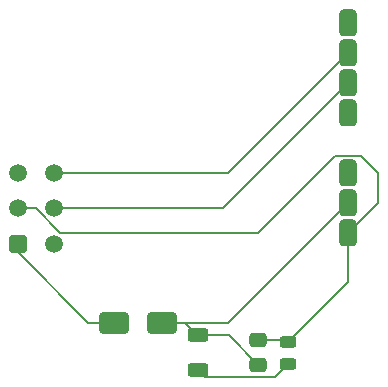
<source format=gbr>
%TF.GenerationSoftware,KiCad,Pcbnew,8.0.5*%
%TF.CreationDate,2024-09-27T19:14:55-05:00*%
%TF.ProjectId,pcb.pro,7063622e-7072-46f2-9e6b-696361645f70,rev?*%
%TF.SameCoordinates,Original*%
%TF.FileFunction,Copper,L1,Top*%
%TF.FilePolarity,Positive*%
%FSLAX46Y46*%
G04 Gerber Fmt 4.6, Leading zero omitted, Abs format (unit mm)*
G04 Created by KiCad (PCBNEW 8.0.5) date 2024-09-27 19:14:55*
%MOMM*%
%LPD*%
G01*
G04 APERTURE LIST*
G04 Aperture macros list*
%AMRoundRect*
0 Rectangle with rounded corners*
0 $1 Rounding radius*
0 $2 $3 $4 $5 $6 $7 $8 $9 X,Y pos of 4 corners*
0 Add a 4 corners polygon primitive as box body*
4,1,4,$2,$3,$4,$5,$6,$7,$8,$9,$2,$3,0*
0 Add four circle primitives for the rounded corners*
1,1,$1+$1,$2,$3*
1,1,$1+$1,$4,$5*
1,1,$1+$1,$6,$7*
1,1,$1+$1,$8,$9*
0 Add four rect primitives between the rounded corners*
20,1,$1+$1,$2,$3,$4,$5,0*
20,1,$1+$1,$4,$5,$6,$7,0*
20,1,$1+$1,$6,$7,$8,$9,0*
20,1,$1+$1,$8,$9,$2,$3,0*%
G04 Aperture macros list end*
%TA.AperFunction,SMDPad,CuDef*%
%ADD10RoundRect,0.381000X0.381000X-0.762000X0.381000X0.762000X-0.381000X0.762000X-0.381000X-0.762000X0*%
%TD*%
%TA.AperFunction,SMDPad,CuDef*%
%ADD11RoundRect,0.250000X0.625000X-0.312500X0.625000X0.312500X-0.625000X0.312500X-0.625000X-0.312500X0*%
%TD*%
%TA.AperFunction,ComponentPad*%
%ADD12C,1.500000*%
%TD*%
%TA.AperFunction,ComponentPad*%
%ADD13RoundRect,0.250001X0.499999X-0.499999X0.499999X0.499999X-0.499999X0.499999X-0.499999X-0.499999X0*%
%TD*%
%TA.AperFunction,SMDPad,CuDef*%
%ADD14RoundRect,0.243750X-0.456250X0.243750X-0.456250X-0.243750X0.456250X-0.243750X0.456250X0.243750X0*%
%TD*%
%TA.AperFunction,SMDPad,CuDef*%
%ADD15RoundRect,0.250000X1.000000X0.650000X-1.000000X0.650000X-1.000000X-0.650000X1.000000X-0.650000X0*%
%TD*%
%TA.AperFunction,SMDPad,CuDef*%
%ADD16RoundRect,0.250000X0.475000X-0.337500X0.475000X0.337500X-0.475000X0.337500X-0.475000X-0.337500X0*%
%TD*%
%TA.AperFunction,Conductor*%
%ADD17C,0.200000*%
%TD*%
G04 APERTURE END LIST*
D10*
%TO.P,U1,8,NC*%
%TO.N,unconnected-(U1-NC-Pad8)*%
X208280000Y-66040000D03*
%TO.P,U1,7,Vout-*%
%TO.N,GNDD*%
X208280000Y-68580000D03*
%TO.P,U1,6,Vout+*%
%TO.N,+12P*%
X208280000Y-71120000D03*
%TO.P,U1,5,NC*%
%TO.N,unconnected-(U1-NC-Pad5)*%
X208280000Y-73660000D03*
%TO.P,U1,3,RC*%
%TO.N,unconnected-(U1-RC-Pad3)*%
X208280000Y-78740000D03*
%TO.P,U1,2,Vin+*%
%TO.N,Net-(D1-K)*%
X208280000Y-81280000D03*
%TO.P,U1,1,Vin-*%
%TO.N,GND*%
X208280000Y-83820000D03*
%TD*%
D11*
%TO.P,R1,1*%
%TO.N,Net-(D2-A)*%
X195580000Y-95442500D03*
%TO.P,R1,2*%
%TO.N,Net-(D1-K)*%
X195580000Y-92517500D03*
%TD*%
D12*
%TO.P,J1,6,Pin_6*%
%TO.N,GNDD*%
X183340000Y-78740000D03*
%TO.P,J1,5,Pin_5*%
%TO.N,+12P*%
X183340000Y-81740000D03*
%TO.P,J1,4,Pin_4*%
%TO.N,unconnected-(J1-Pin_4-Pad4)*%
X183340000Y-84740000D03*
%TO.P,J1,3,Pin_3*%
%TO.N,unconnected-(J1-Pin_3-Pad3)*%
X180340000Y-78740000D03*
%TO.P,J1,2,Pin_2*%
%TO.N,GND*%
X180340000Y-81740000D03*
D13*
%TO.P,J1,1,Pin_1*%
%TO.N,Net-(D1-A)*%
X180340000Y-84740000D03*
%TD*%
D14*
%TO.P,D2,1,K*%
%TO.N,GND*%
X203200000Y-93042500D03*
%TO.P,D2,2,A*%
%TO.N,Net-(D2-A)*%
X203200000Y-94917500D03*
%TD*%
D15*
%TO.P,D1,1,K*%
%TO.N,Net-(D1-K)*%
X192500000Y-91440000D03*
%TO.P,D1,2,A*%
%TO.N,Net-(D1-A)*%
X188500000Y-91440000D03*
%TD*%
D16*
%TO.P,C1,1*%
%TO.N,Net-(D1-K)*%
X200660000Y-95017500D03*
%TO.P,C1,2*%
%TO.N,GND*%
X200660000Y-92942500D03*
%TD*%
D17*
%TO.N,GND*%
X208280000Y-87962500D02*
X208280000Y-83820000D01*
X203200000Y-93042500D02*
X208280000Y-87962500D01*
X203100000Y-92942500D02*
X203200000Y-93042500D01*
X200660000Y-92942500D02*
X203100000Y-92942500D01*
%TO.N,Net-(D2-A)*%
X202112500Y-96005000D02*
X203200000Y-94917500D01*
X196142500Y-96005000D02*
X202112500Y-96005000D01*
X195580000Y-95442500D02*
X196142500Y-96005000D01*
%TO.N,Net-(D1-K)*%
X198160000Y-92517500D02*
X200660000Y-95017500D01*
X195580000Y-92517500D02*
X198160000Y-92517500D01*
X198120000Y-91440000D02*
X208280000Y-81280000D01*
X192500000Y-91440000D02*
X198120000Y-91440000D01*
X194502500Y-91440000D02*
X195580000Y-92517500D01*
X192500000Y-91440000D02*
X194502500Y-91440000D01*
%TO.N,Net-(D1-A)*%
X186290001Y-91440000D02*
X188500000Y-91440000D01*
X180340000Y-85489999D02*
X186290001Y-91440000D01*
X180340000Y-84740000D02*
X180340000Y-85489999D01*
%TO.N,GND*%
X200660000Y-83820000D02*
X207183000Y-77297000D01*
X210820000Y-78740000D02*
X210820000Y-81280000D01*
X183904925Y-83820000D02*
X200660000Y-83820000D01*
X209377000Y-77297000D02*
X210820000Y-78740000D01*
X207183000Y-77297000D02*
X209377000Y-77297000D01*
X181824925Y-81740000D02*
X183904925Y-83820000D01*
X210820000Y-81280000D02*
X208280000Y-83820000D01*
X180340000Y-81740000D02*
X181824925Y-81740000D01*
%TO.N,+12P*%
X197660000Y-81740000D02*
X208280000Y-71120000D01*
X183340000Y-81740000D02*
X197660000Y-81740000D01*
%TO.N,GNDD*%
X198120000Y-78740000D02*
X208280000Y-68580000D01*
X183340000Y-78740000D02*
X198120000Y-78740000D01*
%TD*%
M02*

</source>
